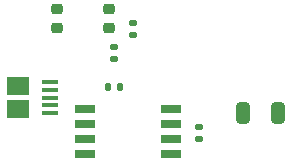
<source format=gtp>
G04 #@! TF.GenerationSoftware,KiCad,Pcbnew,7.0.6*
G04 #@! TF.CreationDate,2023-11-30T23:44:17-05:00*
G04 #@! TF.ProjectId,Interruptor,496e7465-7272-4757-9074-6f722e6b6963,1.0*
G04 #@! TF.SameCoordinates,Original*
G04 #@! TF.FileFunction,Paste,Top*
G04 #@! TF.FilePolarity,Positive*
%FSLAX46Y46*%
G04 Gerber Fmt 4.6, Leading zero omitted, Abs format (unit mm)*
G04 Created by KiCad (PCBNEW 7.0.6) date 2023-11-30 23:44:17*
%MOMM*%
%LPD*%
G01*
G04 APERTURE LIST*
G04 Aperture macros list*
%AMRoundRect*
0 Rectangle with rounded corners*
0 $1 Rounding radius*
0 $2 $3 $4 $5 $6 $7 $8 $9 X,Y pos of 4 corners*
0 Add a 4 corners polygon primitive as box body*
4,1,4,$2,$3,$4,$5,$6,$7,$8,$9,$2,$3,0*
0 Add four circle primitives for the rounded corners*
1,1,$1+$1,$2,$3*
1,1,$1+$1,$4,$5*
1,1,$1+$1,$6,$7*
1,1,$1+$1,$8,$9*
0 Add four rect primitives between the rounded corners*
20,1,$1+$1,$2,$3,$4,$5,0*
20,1,$1+$1,$4,$5,$6,$7,0*
20,1,$1+$1,$6,$7,$8,$9,0*
20,1,$1+$1,$8,$9,$2,$3,0*%
G04 Aperture macros list end*
%ADD10R,1.350000X0.400000*%
%ADD11R,1.900000X1.500000*%
%ADD12RoundRect,0.250000X-0.325000X-0.650000X0.325000X-0.650000X0.325000X0.650000X-0.325000X0.650000X0*%
%ADD13RoundRect,0.135000X-0.185000X0.135000X-0.185000X-0.135000X0.185000X-0.135000X0.185000X0.135000X0*%
%ADD14RoundRect,0.218750X0.256250X-0.218750X0.256250X0.218750X-0.256250X0.218750X-0.256250X-0.218750X0*%
%ADD15RoundRect,0.135000X0.185000X-0.135000X0.185000X0.135000X-0.185000X0.135000X-0.185000X-0.135000X0*%
%ADD16R,1.700000X0.650000*%
%ADD17RoundRect,0.135000X-0.135000X-0.185000X0.135000X-0.185000X0.135000X0.185000X-0.135000X0.185000X0*%
G04 APERTURE END LIST*
D10*
X135800000Y-95600000D03*
X135800000Y-96250000D03*
X135800000Y-96900000D03*
X135800000Y-97550000D03*
X135800000Y-98200000D03*
D11*
X133100000Y-95900000D03*
X133100000Y-97900000D03*
D12*
X152125000Y-98200000D03*
X155075000Y-98200000D03*
D13*
X141200000Y-92580000D03*
X141200000Y-93600000D03*
D14*
X140800000Y-90975000D03*
X140800000Y-89400000D03*
X136400000Y-91000000D03*
X136400000Y-89425000D03*
D15*
X142800000Y-91600000D03*
X142800000Y-90580000D03*
D16*
X138750000Y-97895000D03*
X138750000Y-99165000D03*
X138750000Y-100435000D03*
X138750000Y-101705000D03*
X146050000Y-101705000D03*
X146050000Y-100435000D03*
X146050000Y-99165000D03*
X146050000Y-97895000D03*
D13*
X148400000Y-99380000D03*
X148400000Y-100400000D03*
D17*
X140690000Y-96000000D03*
X141710000Y-96000000D03*
M02*

</source>
